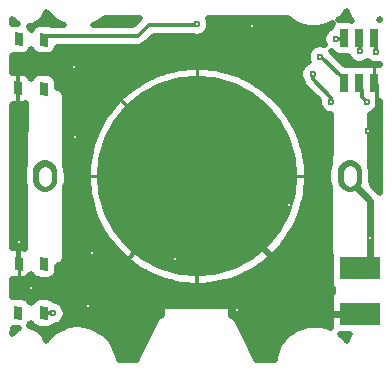
<source format=gbr>
G04 DipTrace 3.2.0.1*
G04 Íèæíèé.gbr*
%MOIN*%
G04 #@! TF.FileFunction,Copper,L2,Bot*
G04 #@! TF.Part,Single*
%AMOUTLINE0*
4,1,4,
0.014735,-0.029542,
-0.014794,-0.029513,
-0.014735,0.029542,
0.014794,0.029513,
0.014735,-0.029542,
0*%
%AMOUTLINE3*
4,1,16,
-0.041319,-0.011881,
-0.037196,-0.02981,
-0.025701,-0.044175,
-0.009112,-0.052129,
0.009286,-0.052097,
0.025848,-0.044088,
0.037294,-0.029685,
0.041358,-0.011741,
0.041319,0.011881,
0.037196,0.02981,
0.025701,0.044175,
0.009112,0.052129,
-0.009286,0.052097,
-0.025848,0.044088,
-0.037294,0.029685,
-0.041358,0.011741,
-0.041319,-0.011881,
0*%
%AMOUTLINE6*
4,1,4,
0.013953,0.021542,
0.013606,-0.021762,
-0.013953,-0.021542,
-0.013606,0.021762,
0.013953,0.021542,
0*%
%AMOUTLINE9*
4,1,4,
-0.013953,-0.021542,
-0.013606,0.021762,
0.013953,0.021542,
0.013606,-0.021762,
-0.013953,-0.021542,
0*%
%ADD15C,0.011811*%
%ADD30C,0.043307*%
G04 #@! TA.AperFunction,CopperBalancing*
%ADD10C,0.009843*%
G04 #@! TA.AperFunction,ViaPad*
%ADD16C,0.023622*%
G04 #@! TA.AperFunction,CopperBalancing*
%ADD18C,0.019685*%
%ADD22R,0.133858X0.074803*%
%ADD28C,0.669291*%
%ADD48OUTLINE0*%
G04 #@! TA.AperFunction,ComponentPad*
%ADD51OUTLINE3*%
%ADD54OUTLINE6*%
%ADD57OUTLINE9*%
%FSLAX26Y26*%
G04*
G70*
G90*
G75*
G01*
G04 Bottom*
%LPD*%
X-70953Y-275587D2*
D15*
X123644D1*
X191719Y-207512D1*
Y-188352D1*
X3367Y0D1*
X545906Y-458110D2*
D16*
X440605D1*
X-17505Y0D1*
X3367D1*
X-594156Y292664D2*
D15*
Y339797D1*
X-561819Y372134D1*
X-368766D1*
X3367Y0D1*
X134858Y-445369D2*
Y-431940D1*
X103769Y-400850D1*
X33029D1*
X3367Y-371189D1*
Y0D1*
X-361773Y-434238D2*
X-201559Y-247231D1*
X-43260Y-59962D1*
X3367Y0D1*
X-361773Y-434238D2*
X-166155Y-206462D1*
X3367Y0D1*
X572268Y150862D2*
X572576D1*
X600933Y179219D1*
Y303864D1*
X593232Y311564D1*
X308764Y-95143D2*
X98510D1*
X3367Y0D1*
X-594156Y292664D2*
Y-218672D1*
Y-276142D1*
X-592849Y-277449D1*
Y-291987D1*
X-593178Y-218672D2*
X-594156D1*
X-477537Y-457311D2*
X-508247D1*
X-509513Y-456045D1*
X464702Y457178D2*
X490469D1*
X493378Y460088D1*
X412482Y398542D2*
X415878D1*
X484462Y329958D1*
Y311663D1*
X493232D1*
X543993Y416455D2*
Y446622D1*
X540545Y450071D1*
Y457205D1*
X543378Y460038D1*
X450117Y247958D2*
Y262001D1*
X387335Y324783D1*
Y340329D1*
X568100Y247785D2*
X552361Y263524D1*
Y286433D1*
X543234Y295560D1*
Y311614D1*
X545906Y-304567D2*
X579688D1*
D16*
Y-81938D1*
X496898Y852D1*
X511240D1*
X598517Y414692D2*
D15*
Y454852D1*
X593379Y459990D1*
X-508206Y455367D2*
X-511322Y458483D1*
Y467280D1*
X-195457D1*
X-157808Y504928D1*
X906D1*
Y506182D1*
D16*
D3*
X464702Y457178D3*
X543993Y416455D3*
X598517Y414692D3*
X412482Y398542D3*
X387335Y340329D3*
X450117Y247958D3*
X568100Y247785D3*
X572268Y150862D3*
X308764Y-95143D3*
X-593178Y-218672D3*
X-477537Y-457311D3*
X-70953Y-275587D3*
X-361773Y-434238D3*
X134858Y-445369D3*
X-408186Y364665D3*
X-347710Y-254899D3*
X-549874Y-372395D3*
X-406459Y132150D3*
X183711Y499672D3*
X580026Y-206403D3*
X-504457Y534999D2*
D18*
X-492175D1*
X491795D2*
X504421D1*
X-519493Y515445D2*
X-469639D1*
X-317932D2*
X-200472D1*
X43961D2*
X316942D1*
X43710Y495891D2*
X366427D1*
X416366D2*
X446125D1*
X32621Y476337D2*
X425205D1*
X-152756Y456783D2*
X420612D1*
X-173282Y437230D2*
X393841D1*
X-466850Y417676D2*
X372993D1*
X-611787Y398122D2*
X368400D1*
X469475D2*
X504114D1*
X-611787Y378568D2*
X367682D1*
X489033D2*
X523598D1*
X564388D2*
X574869D1*
X-611787Y359014D2*
X-64220D1*
X70946D2*
X347623D1*
X-561478Y339461D2*
X-541156D1*
X-477903D2*
X-132615D1*
X139377D2*
X343245D1*
X-463944Y319907D2*
X-174277D1*
X181003D2*
X348520D1*
X-463370Y300353D2*
X-205927D1*
X212652D2*
X358639D1*
X-441588Y280799D2*
X-231727D1*
X238453D2*
X378125D1*
X-436924Y261245D2*
X-253437D1*
X260198D2*
X397681D1*
X-436887Y241692D2*
X-272062D1*
X278787D2*
X406509D1*
X-611715Y222138D2*
X-571802D1*
X-436816D2*
X-288173D1*
X294899D2*
X414870D1*
X603503D2*
X610864D1*
X-611680Y202584D2*
X-571802D1*
X-436780D2*
X-302168D1*
X308894D2*
X445121D1*
X580214D2*
X610869D1*
X-611680Y183030D2*
X-571837D1*
X-436707D2*
X-314332D1*
X321094D2*
X445121D1*
X580286D2*
X610869D1*
X-611680Y163476D2*
X-571874D1*
X-436672D2*
X-324919D1*
X331644D2*
X445084D1*
X580322D2*
X610869D1*
X-611643Y143923D2*
X-571909D1*
X-436600D2*
X-333997D1*
X340723D2*
X445049D1*
X580394D2*
X610906D1*
X-611643Y124369D2*
X-571909D1*
X-436529D2*
X-341713D1*
X348438D2*
X445013D1*
X580429D2*
X610906D1*
X-611643Y104815D2*
X-571945D1*
X-436492D2*
X-348172D1*
X354933D2*
X445013D1*
X580501D2*
X610906D1*
X-611608Y85261D2*
X-571982D1*
X-436421D2*
X-353446D1*
X360209D2*
X444976D1*
X580537D2*
X610941D1*
X-611608Y65707D2*
X-572017D1*
X-436385D2*
X-357609D1*
X364335D2*
X444941D1*
X580609D2*
X610941D1*
X-611608Y46154D2*
X-572052D1*
X-436314D2*
X-360623D1*
X367349D2*
X444906D1*
X580644D2*
X610941D1*
X-611572Y26600D2*
X-575354D1*
X-433694D2*
X-362597D1*
X369323D2*
X439988D1*
X582438D2*
X610976D1*
X-611572Y7046D2*
X-578154D1*
X-430895D2*
X-363493D1*
X370219D2*
X437621D1*
X584843D2*
X610976D1*
X-611572Y-12508D2*
X-578117D1*
X-430858D2*
X-363350D1*
X370076D2*
X437656D1*
X584843D2*
X610976D1*
X-611572Y-32062D2*
X-574457D1*
X-434520D2*
X-362167D1*
X368892D2*
X441676D1*
X591339D2*
X611013D1*
X-611535Y-51615D2*
X-572197D1*
X-436062D2*
X-359906D1*
X366631D2*
X444761D1*
X-611535Y-71169D2*
X-572197D1*
X-435991D2*
X-356568D1*
X363294D2*
X444726D1*
X-611535Y-90723D2*
X-572232D1*
X-435954D2*
X-352118D1*
X358844D2*
X444726D1*
X-611500Y-110277D2*
X-572268D1*
X-435883D2*
X-346484D1*
X353247D2*
X444690D1*
X-611500Y-129831D2*
X-572304D1*
X-435811D2*
X-339703D1*
X346429D2*
X444654D1*
X-611500Y-149385D2*
X-572304D1*
X-435776D2*
X-331593D1*
X338319D2*
X444618D1*
X-611465Y-168938D2*
X-572340D1*
X-435703D2*
X-322119D1*
X328845D2*
X444581D1*
X-611465Y-188492D2*
X-572375D1*
X-435668D2*
X-311104D1*
X317865D2*
X444581D1*
X-611465Y-208046D2*
X-572412D1*
X-435596D2*
X-298472D1*
X305198D2*
X444546D1*
X-611428Y-227600D2*
X-572448D1*
X-435559D2*
X-283903D1*
X290629D2*
X444510D1*
X-435488Y-247154D2*
X-267144D1*
X273870D2*
X444474D1*
X-435451Y-266707D2*
X-247731D1*
X254457D2*
X445839D1*
X-441480Y-286261D2*
X-224982D1*
X231707D2*
X446699D1*
X-462257Y-305815D2*
X-197781D1*
X204507D2*
X446699D1*
X-464375Y-325369D2*
X-163906D1*
X170668D2*
X446699D1*
X-611357Y-344923D2*
X-117866D1*
X124592D2*
X446699D1*
X-611357Y-364476D2*
X-17391D1*
X24117D2*
X446699D1*
X-611357Y-384030D2*
X453374D1*
X-576118Y-403584D2*
X446699D1*
X-450919Y-423138D2*
X446699D1*
X-436062Y-442692D2*
X-117903D1*
X118672D2*
X446699D1*
X-433730Y-462245D2*
X-117974D1*
X118743D2*
X446699D1*
X-441301Y-481799D2*
X-138428D1*
X137403D2*
X446699D1*
X-474853Y-501353D2*
X-440214D1*
X-346136D2*
X-148154D1*
X147307D2*
X349022D1*
X437072D2*
X446710D1*
X-513967Y-520907D2*
X-476744D1*
X-312154D2*
X-157878D1*
X157211D2*
X311811D1*
X-289403Y-540461D2*
X-167567D1*
X167115D2*
X290567D1*
X496030D2*
X502039D1*
X-276593Y-560014D2*
X-177291D1*
X177055D2*
X276177D1*
X-266832Y-579568D2*
X-186980D1*
X186959D2*
X266560D1*
X-260230Y-599122D2*
X-196705D1*
X196864D2*
X260927D1*
X455295Y-372283D2*
X448661D1*
X448479Y-268608D1*
X447117Y-264049D1*
X446484Y-259325D1*
X446751Y-42148D1*
X444927Y-37390D1*
X439936Y-15484D1*
X439591Y-1894D1*
X439656Y14921D1*
X442345Y28249D1*
X444997Y39533D1*
X446765Y43959D1*
X446944Y91449D1*
X447109Y205955D1*
X440282Y206996D1*
X433996Y209038D1*
X428106Y212039D1*
X422759Y215925D1*
X418084Y220600D1*
X414198Y225948D1*
X411197Y231837D1*
X409155Y238123D1*
X408121Y244652D1*
Y251264D1*
X408280Y252610D1*
X359793Y301260D1*
X356451Y305858D1*
X353871Y310923D1*
X351416Y318319D1*
X348415Y324209D1*
X346373Y330495D1*
X345339Y337024D1*
Y343635D1*
X346373Y350164D1*
X348415Y356450D1*
X351416Y362340D1*
X355302Y367688D1*
X359976Y372362D1*
X365324Y376248D1*
X371214Y379249D1*
X374454Y380432D1*
X372417Y385525D1*
X370874Y391951D1*
X370356Y398542D1*
X370874Y405133D1*
X372417Y411559D1*
X374948Y417667D1*
X378402Y423303D1*
X382694Y428329D1*
X387720Y432622D1*
X393357Y436076D1*
X399465Y438606D1*
X405891Y440150D1*
X412482Y440668D1*
X419072Y440150D1*
X425499Y438606D1*
X427168Y438054D1*
X424638Y444161D1*
X423094Y450588D1*
X422576Y457178D1*
X423094Y463769D1*
X424638Y470196D1*
X427168Y476303D1*
X430622Y481940D1*
X434915Y486966D1*
X439941Y491259D1*
X445577Y494713D1*
X449054Y496272D1*
X450647Y501259D1*
X452811Y505495D1*
X455617Y509348D1*
X442743Y503816D1*
X431448Y499356D1*
X411764Y495449D1*
X390760Y494199D1*
X370756Y495360D1*
X349703Y500298D1*
X331075Y508526D1*
X311550Y519832D1*
X304042Y526202D1*
X37992Y526197D1*
X40970Y519199D1*
X42513Y512773D1*
X43031Y506182D1*
X42513Y499592D1*
X40970Y493165D1*
X38440Y487058D1*
X34986Y481421D1*
X30693Y476395D1*
X25667Y472102D1*
X20030Y468648D1*
X13923Y466118D1*
X7496Y464575D1*
X906Y464056D1*
X-5685Y464575D1*
X-12112Y466118D1*
X-18320Y468705D1*
X-142811Y468707D1*
X-171933Y439738D1*
X-176531Y436396D1*
X-181596Y433816D1*
X-187001Y432059D1*
X-192615Y431171D1*
X-241388Y431059D1*
X-464398Y430984D1*
X-465180Y426293D1*
X-466686Y421781D1*
X-468879Y417559D1*
X-471706Y413734D1*
X-475097Y410396D1*
X-478967Y407631D1*
X-483223Y405505D1*
X-487759Y404072D1*
X-492463Y403365D1*
X-522402Y403512D1*
X-527140Y403923D1*
X-531757Y405070D1*
X-536138Y406925D1*
X-540173Y409444D1*
X-543765Y412562D1*
X-546825Y416203D1*
X-549280Y420280D1*
X-550261Y422458D1*
X-551329D1*
X-553522Y418236D1*
X-556349Y414411D1*
X-559740Y411073D1*
X-563610Y408308D1*
X-567866Y406182D1*
X-572402Y404749D1*
X-577106Y404042D1*
X-607045Y404189D1*
X-611793Y404601D1*
X-613772Y400386D1*
X-613739Y344156D1*
X-607520Y344740D1*
X-576298Y344268D1*
X-570925Y343067D1*
X-565861Y340913D1*
X-561268Y337879D1*
X-557299Y334066D1*
X-554085Y329597D1*
X-551731Y324613D1*
X-548840Y329795D1*
X-546013Y333621D1*
X-542622Y336958D1*
X-538752Y339723D1*
X-534496Y341849D1*
X-529961Y343282D1*
X-525256Y343990D1*
X-495318Y343843D1*
X-490579Y343432D1*
X-485962Y342285D1*
X-481581Y340429D1*
X-477546Y337911D1*
X-473954Y334793D1*
X-470894Y331151D1*
X-468440Y327075D1*
X-466655Y322665D1*
X-465581Y318031D1*
X-465247Y313277D1*
X-465395Y294735D1*
X-459860Y293521D1*
X-455465Y291701D1*
X-451408Y289215D1*
X-447791Y286126D1*
X-444702Y282509D1*
X-442217Y278453D1*
X-440396Y274058D1*
X-439285Y269433D1*
X-438886Y255589D1*
X-438192Y37391D1*
X-433252Y15823D1*
X-432871Y11081D1*
X-432921Y-14920D1*
X-435610Y-28248D1*
X-437647Y-37241D1*
X-438003Y-56745D1*
X-437491Y-270371D1*
X-438222Y-275072D1*
X-439678Y-279601D1*
X-441827Y-283845D1*
X-444612Y-287701D1*
X-447966Y-291075D1*
X-451807Y-293882D1*
X-456039Y-296054D1*
X-460559Y-297535D1*
X-462902Y-298008D1*
X-464160Y-298923D1*
X-464398Y-317047D1*
X-465180Y-321739D1*
X-466686Y-326251D1*
X-468879Y-330472D1*
X-471706Y-334298D1*
X-475097Y-337635D1*
X-478967Y-340400D1*
X-483223Y-342526D1*
X-487759Y-343959D1*
X-492463Y-344667D1*
X-522402Y-344520D1*
X-527140Y-344109D1*
X-531757Y-342962D1*
X-536138Y-341106D1*
X-540173Y-338588D1*
X-543765Y-335470D1*
X-546825Y-331828D1*
X-549280Y-327752D1*
X-550261Y-325573D1*
X-551052Y-324898D1*
X-553533Y-329811D1*
X-556861Y-334196D1*
X-560927Y-337906D1*
X-565597Y-340819D1*
X-570717Y-342840D1*
X-576117Y-343903D1*
X-584997Y-344020D1*
X-610707Y-343591D1*
X-612529Y-343298D1*
X-613343Y-343709D1*
X-613308Y-403814D1*
X-607520Y-403291D1*
X-577583Y-403623D1*
X-572891Y-404406D1*
X-568379Y-405912D1*
X-564157Y-408105D1*
X-560332Y-410932D1*
X-556995Y-414323D1*
X-554230Y-418193D1*
X-552101Y-422458D1*
X-551033D1*
X-548840Y-418236D1*
X-546013Y-414411D1*
X-542622Y-411073D1*
X-538752Y-408308D1*
X-534496Y-406182D1*
X-529961Y-404749D1*
X-525256Y-404042D1*
X-495318Y-404189D1*
X-490579Y-404600D1*
X-485962Y-405747D1*
X-481581Y-407602D1*
X-477546Y-410121D1*
X-473954Y-413239D1*
X-472346Y-415007D1*
X-470946Y-415703D1*
X-464520Y-417247D1*
X-458412Y-419777D1*
X-452776Y-423231D1*
X-447749Y-427524D1*
X-443457Y-432550D1*
X-440003Y-438186D1*
X-437472Y-444294D1*
X-435929Y-450720D1*
X-435411Y-457311D1*
X-435929Y-463902D1*
X-437472Y-470328D1*
X-440003Y-476436D1*
X-443457Y-482072D1*
X-447749Y-487098D1*
X-452776Y-491391D1*
X-458412Y-494845D1*
X-464520Y-497375D1*
X-470946Y-498919D1*
X-474643Y-499413D1*
X-478285Y-502474D1*
X-482361Y-504928D1*
X-486770Y-506713D1*
X-491404Y-507786D1*
X-496150Y-508121D1*
X-526087Y-507789D1*
X-530778Y-507007D1*
X-535290Y-505500D1*
X-539512Y-503307D1*
X-543337Y-500480D1*
X-546675Y-497089D1*
X-549440Y-493219D1*
X-551568Y-488954D1*
X-552636D1*
X-554829Y-493176D1*
X-557656Y-497001D1*
X-559293Y-498743D1*
X-558039Y-500063D1*
X-548256Y-501613D1*
X-538836Y-504673D1*
X-530010Y-509171D1*
X-521997Y-514992D1*
X-514992Y-521997D1*
X-509171Y-530010D1*
X-504673Y-538836D1*
X-501786Y-547642D1*
X-486303Y-529583D1*
X-466993Y-515214D1*
X-446160Y-504521D1*
X-427218Y-497148D1*
X-395425Y-493903D1*
X-370294Y-496007D1*
X-347913Y-501492D1*
X-323378Y-514333D1*
X-305207Y-527340D1*
X-289215Y-542723D1*
X-278549Y-560014D1*
X-269921Y-576467D1*
X-262654Y-596677D1*
X-259592Y-612904D1*
X-198462Y-612941D1*
X-198144Y-609150D1*
X-197045Y-604521D1*
X-191256Y-592108D1*
X-134388Y-477874D1*
X-131592Y-474026D1*
X-128228Y-470663D1*
X-124381Y-467866D1*
X-120142Y-465706D1*
X-117899Y-464881D1*
X-116001Y-459119D1*
X-115881Y-442194D1*
X-114929Y-439265D1*
X-113118Y-436774D1*
X-110627Y-434963D1*
X-107698Y-434012D1*
X-78600Y-433891D1*
X108465Y-434012D1*
X111394Y-434963D1*
X113885Y-436774D1*
X115696Y-439265D1*
X116647Y-442194D1*
X116768Y-464869D1*
X121252Y-466703D1*
X125308Y-469189D1*
X128925Y-472278D1*
X132014Y-475895D1*
X134504Y-479959D1*
X195979Y-601475D1*
X197440Y-606003D1*
X198173Y-610702D1*
X198261Y-613091D1*
X260497Y-613206D1*
X262008Y-602570D1*
X267555Y-581676D1*
X276425Y-562551D1*
X288185Y-545265D1*
X301751Y-530528D1*
X316820Y-518584D1*
X333039Y-508888D1*
X352080Y-501016D1*
X370661Y-496400D1*
X392591Y-494509D1*
X411551Y-495650D1*
X431436Y-500045D1*
X448113Y-506025D1*
X448661Y-505617D1*
Y-390394D1*
X455386D1*
X455272Y-372270D1*
X511965Y-525827D2*
X478908D1*
X481424Y-527835D1*
X497175Y-543702D1*
X501403Y-549186D1*
X502958Y-543486D1*
X506749Y-534335D1*
X511984Y-525814D1*
X-501755Y547753D2*
X-504673Y538836D1*
X-509171Y530010D1*
X-514992Y521997D1*
X-521997Y514992D1*
X-530010Y509171D1*
X-538836Y504673D1*
X-548256Y501613D1*
X-558039Y500063D1*
X-558524Y500045D1*
X-554230Y495209D1*
X-551776Y491133D1*
X-550794Y488954D1*
X-549726D1*
X-547533Y493176D1*
X-544706Y497001D1*
X-541315Y500339D1*
X-537445Y503104D1*
X-533189Y505230D1*
X-528654Y506663D1*
X-523949Y507370D1*
X-494010Y507223D1*
X-489272Y506812D1*
X-484655Y505665D1*
X-480266Y503804D1*
X-465390Y503500D1*
X-441741D1*
X-464865Y513273D1*
X-485996Y530614D1*
X-500961Y546583D1*
X-501730Y547731D1*
X-593930Y508026D2*
X-600094Y511924D1*
X-607627Y518357D1*
X-613832Y525600D1*
Y507214D1*
X-608592Y508047D1*
X-594049Y508024D1*
X612657Y524110D2*
X608954Y519793D1*
X610591Y519720D1*
X518571Y518160D2*
X514992Y521997D1*
X509171Y530010D1*
X504673Y538836D1*
X501613Y548256D1*
X501442Y549110D1*
X499104Y545782D1*
X484257Y528841D1*
X471596Y519114D1*
X476295Y519854D1*
X508202Y519916D1*
X512944Y519538D1*
X517577Y518420D1*
X-613234Y-524840D2*
X-607627Y-518357D1*
X-600094Y-511924D1*
X-592714Y-507345D1*
X-610730Y-507112D1*
X-613100Y-506811D1*
X-613239Y-524815D1*
X505105Y400234D2*
X476176Y400356D1*
X471478Y401105D1*
X466955Y402579D1*
X462719Y404743D1*
X458873Y407543D1*
X455513Y410909D1*
X452720Y414761D1*
X451555Y416848D1*
X450016Y417667D1*
X451647Y413996D1*
X494140Y371503D1*
X510434Y371395D1*
X515133Y370646D1*
X517432Y369995D1*
X519159Y369996D1*
X523786Y371102D1*
X528529Y371471D1*
X560436Y371346D1*
X565134Y370597D1*
X567433Y369946D1*
X571541Y370613D1*
X576991Y371385D1*
X610042Y371325D1*
X611878Y371147D1*
X611534Y374627D1*
X605108Y373084D1*
X598517Y372566D1*
X591927Y373084D1*
X585500Y374627D1*
X579392Y377157D1*
X573756Y380612D1*
X570238Y383509D1*
X566004Y380537D1*
X560114Y377535D1*
X553828Y375493D1*
X547299Y374459D1*
X540688D1*
X534159Y375493D1*
X527873Y377535D1*
X521983Y380537D1*
X516635Y384423D1*
X511961Y389097D1*
X508075Y394445D1*
X505123Y400228D1*
X611461Y251909D2*
X610096Y251091D1*
Y244479D1*
X609062Y237950D1*
X607020Y231664D1*
X604018Y225774D1*
X600133Y220427D1*
X595458Y215752D1*
X590110Y211866D1*
X584220Y208865D1*
X578244Y206911D1*
X578726Y34214D1*
X582545Y17188D1*
X582890Y3597D1*
X582824Y-13218D1*
X582546Y-15592D1*
X585147Y-27823D1*
X611728Y-54589D1*
X612975Y-52547D1*
X612804Y252073D1*
X-571253Y-37420D2*
X-575810Y-17186D1*
X-576155Y-3596D1*
X-576089Y13219D1*
X-573400Y26547D1*
X-570745Y37840D1*
X-570070Y46026D1*
X-569786Y242564D1*
X-575604Y240993D1*
X-580793Y240588D1*
X-612171Y241080D1*
X-613676Y235031D1*
X-613205Y-240671D1*
X-607749Y-239937D1*
X-576668Y-240211D1*
X-571231Y-241115D1*
X-570482Y-238751D1*
X-570196Y-40992D1*
X-570819Y-39092D1*
X368323Y-1837D2*
X367769Y-20199D1*
X366290Y-38510D1*
X363892Y-56724D1*
X360581Y-74794D1*
X356366Y-92675D1*
X351255Y-110320D1*
X345262Y-127686D1*
X338404Y-144728D1*
X330697Y-161404D1*
X322160Y-177672D1*
X312816Y-193488D1*
X302688Y-208815D1*
X291801Y-223612D1*
X280184Y-237843D1*
X267865Y-251471D1*
X254875Y-264462D1*
X241248Y-276783D1*
X227020Y-288403D1*
X212223Y-299291D1*
X196899Y-309423D1*
X181083Y-318769D1*
X164818Y-327307D1*
X148143Y-335017D1*
X131101Y-341878D1*
X113736Y-347873D1*
X96091Y-352986D1*
X78211Y-357203D1*
X60142Y-360517D1*
X41929Y-362917D1*
X23618Y-364399D1*
X5255Y-364955D1*
X-13112Y-364588D1*
X-31437Y-363298D1*
X-49675Y-361085D1*
X-67777Y-357959D1*
X-85699Y-353925D1*
X-103396Y-348995D1*
X-120823Y-343181D1*
X-137934Y-336497D1*
X-154688Y-328961D1*
X-171041Y-320591D1*
X-186953Y-311407D1*
X-202382Y-301436D1*
X-217289Y-290701D1*
X-231638Y-279228D1*
X-245391Y-267050D1*
X-258514Y-254194D1*
X-270974Y-240694D1*
X-282738Y-226584D1*
X-293777Y-211900D1*
X-304063Y-196678D1*
X-313571Y-180959D1*
X-322276Y-164782D1*
X-330155Y-148188D1*
X-337189Y-131217D1*
X-343360Y-113913D1*
X-348654Y-96322D1*
X-353054Y-78486D1*
X-356552Y-60451D1*
X-359138Y-42264D1*
X-360806Y-23969D1*
X-361550Y-5613D1*
X-361370Y12757D1*
X-360266Y31094D1*
X-358240Y49354D1*
X-355299Y67487D1*
X-351449Y85450D1*
X-346699Y103197D1*
X-341063Y120681D1*
X-334554Y137860D1*
X-327189Y154690D1*
X-318986Y171127D1*
X-309966Y187131D1*
X-300152Y202661D1*
X-289571Y217678D1*
X-278245Y232143D1*
X-266207Y246020D1*
X-253486Y259273D1*
X-240114Y271870D1*
X-226125Y283777D1*
X-211554Y294966D1*
X-196440Y305407D1*
X-180818Y315075D1*
X-164730Y323944D1*
X-148217Y331992D1*
X-131318Y339199D1*
X-114079Y345547D1*
X-96542Y351020D1*
X-78752Y355602D1*
X-60753Y359283D1*
X-42593Y362055D1*
X-24316Y363909D1*
X-5970Y364841D1*
X12402Y364849D1*
X30749Y363932D1*
X49028Y362093D1*
X67190Y359337D1*
X85192Y355669D1*
X102986Y351102D1*
X120526Y345644D1*
X137772Y339311D1*
X154676Y332118D1*
X171196Y324083D1*
X187291Y315227D1*
X202921Y305573D1*
X218045Y295144D1*
X232625Y283967D1*
X246623Y272072D1*
X260005Y259487D1*
X272738Y246243D1*
X284787Y232377D1*
X296125Y217921D1*
X306719Y202913D1*
X316546Y187391D1*
X325579Y171395D1*
X333795Y154965D1*
X341175Y138140D1*
X347698Y120967D1*
X353349Y103487D1*
X358113Y85744D1*
X361978Y67785D1*
X364934Y49654D1*
X366975Y31396D1*
X368094Y13060D1*
X368323Y-1837D1*
X-343921Y503500D2*
X-210433D1*
X-187762Y526198D1*
X-305444Y526138D1*
X-317243Y517091D1*
X-334860Y506408D1*
X-343899Y503510D1*
X448697Y-458110D2*
D10*
X545906D1*
X593232Y371415D2*
Y311564D1*
X3367Y364925D2*
Y-364925D1*
X-361558Y0D2*
X368293D1*
X-594156Y344663D2*
Y240665D1*
X-592849Y-239988D2*
Y-343986D1*
D22*
X545906Y-304567D3*
Y-458110D3*
D48*
X593379Y459990D3*
X543378Y460038D3*
X493378Y460088D3*
X593232Y311564D3*
X543234Y311614D3*
X493232Y311663D3*
D51*
X511240Y852D3*
X-504505Y-850D3*
D28*
X3367Y0D3*
D54*
X-509513Y291987D3*
X-594156Y292664D3*
X-508206Y455367D3*
X-592849Y456045D3*
D57*
Y-291987D3*
X-508206Y-292664D3*
X-594156Y-455367D3*
X-509513Y-456045D3*
G04 Bottom Clear*
%LPC*%
D15*
X906Y506182D3*
X464702Y457178D3*
X543993Y416455D3*
X598517Y414692D3*
X412482Y398542D3*
X387335Y340329D3*
X450117Y247958D3*
X568100Y247785D3*
X572268Y150862D3*
X308764Y-95143D3*
X-593178Y-218672D3*
X-477537Y-457311D3*
X-70953Y-275587D3*
X-361773Y-434238D3*
X134858Y-445369D3*
X-408186Y364665D3*
X-347710Y-254899D3*
X-549874Y-372395D3*
X-406459Y132150D3*
X183711Y499672D3*
X580026Y-206403D3*
X511220Y12663D2*
D30*
X511260Y-10959D1*
X-504525Y10961D2*
X-504485Y-12661D1*
M02*

</source>
